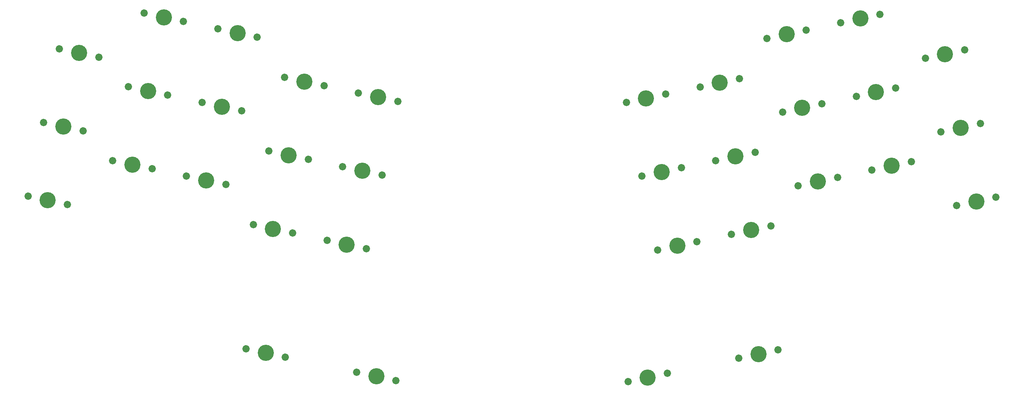
<source format=gbr>
%TF.GenerationSoftware,KiCad,Pcbnew,(6.0.4-0)*%
%TF.CreationDate,2023-01-26T20:21:59-08:00*%
%TF.ProjectId,chiffevo,63686966-6665-4766-9f2e-6b696361645f,v1.0.0*%
%TF.SameCoordinates,Original*%
%TF.FileFunction,Soldermask,Top*%
%TF.FilePolarity,Negative*%
%FSLAX46Y46*%
G04 Gerber Fmt 4.6, Leading zero omitted, Abs format (unit mm)*
G04 Created by KiCad (PCBNEW (6.0.4-0)) date 2023-01-26 20:21:59*
%MOMM*%
%LPD*%
G01*
G04 APERTURE LIST*
%ADD10C,1.850000*%
%ADD11C,4.087800*%
G04 APERTURE END LIST*
D10*
%TO.C,MX21*%
X71654641Y-115342125D03*
D11*
X76623631Y-116398316D03*
D10*
X81592621Y-117454507D03*
%TD*%
%TO.C,MX20*%
X302255013Y-99114836D03*
X312192993Y-97002454D03*
D11*
X307224003Y-98058645D03*
%TD*%
D10*
%TO.C,MX17*%
X245366297Y-106350786D03*
D11*
X250335287Y-105294595D03*
D10*
X255304277Y-104238404D03*
%TD*%
%TO.C,MX18*%
X262232760Y-94075815D03*
X272170740Y-91963433D03*
D11*
X267201750Y-93019624D03*
%TD*%
%TO.C,MX13*%
X120606602Y-92725583D03*
D10*
X125575592Y-93781774D03*
X115637612Y-91669392D03*
%TD*%
D11*
%TO.C,MX10*%
X303263285Y-79424931D03*
D10*
X308232275Y-78368740D03*
X298294295Y-80481122D03*
%TD*%
D11*
%TO.C,MX4*%
X141433783Y-86366843D03*
D10*
X146402773Y-87423034D03*
X136464793Y-85310652D03*
%TD*%
%TO.C,MX27*%
X249327015Y-124984499D03*
X259264995Y-122872117D03*
D11*
X254296005Y-123928308D03*
%TD*%
%TO.C,MX15*%
X156106775Y-108961274D03*
D10*
X151137785Y-107905083D03*
X161075765Y-110017465D03*
%TD*%
D11*
%TO.C,MX1*%
X84545066Y-79130892D03*
D10*
X89514056Y-80187083D03*
X79576076Y-78074701D03*
%TD*%
D11*
%TO.C,MX25*%
X152146059Y-127594985D03*
D10*
X147177069Y-126538794D03*
X157115049Y-128651176D03*
%TD*%
D11*
%TO.C,MX3*%
X124567319Y-74091871D03*
D10*
X129536309Y-75148062D03*
X119598329Y-73035680D03*
%TD*%
%TO.C,MX31*%
X126709446Y-153931943D03*
D11*
X131678436Y-154988134D03*
D10*
X136647426Y-156044325D03*
%TD*%
D11*
%TO.C,MX24*%
X133512346Y-123634267D03*
D10*
X128543356Y-122578076D03*
X138481336Y-124690458D03*
%TD*%
%TO.C,MX16*%
X236670565Y-108199122D03*
X226732585Y-110311504D03*
D11*
X231701575Y-109255313D03*
%TD*%
D10*
%TO.C,MX32*%
X154660014Y-159873019D03*
X164597994Y-161985401D03*
D11*
X159629004Y-160929210D03*
%TD*%
D10*
%TO.C,MX9*%
X286843733Y-69369003D03*
X276905753Y-71481385D03*
D11*
X281874743Y-70425194D03*
%TD*%
D10*
%TO.C,MX2*%
X110902598Y-71187345D03*
X100964618Y-69074963D03*
D11*
X105933608Y-70131154D03*
%TD*%
D10*
%TO.C,MX30*%
X316153710Y-115636165D03*
X306215730Y-117748547D03*
D11*
X311184720Y-116692356D03*
%TD*%
D10*
%TO.C,MX34*%
X251160926Y-156338364D03*
D11*
X256129916Y-155282173D03*
D10*
X261098906Y-154225982D03*
%TD*%
%TO.C,MX5*%
X155098504Y-89271371D03*
D11*
X160067494Y-90327562D03*
D10*
X165036484Y-91383753D03*
%TD*%
%TO.C,MX28*%
X276131457Y-110597145D03*
D11*
X271162467Y-111653336D03*
D10*
X266193477Y-112709527D03*
%TD*%
%TO.C,MX29*%
X284827188Y-108748809D03*
X294765168Y-106636427D03*
D11*
X289796178Y-107692618D03*
%TD*%
D10*
%TO.C,MX7*%
X241405580Y-87717075D03*
X251343560Y-85604693D03*
D11*
X246374570Y-86660884D03*
%TD*%
D10*
%TO.C,MX26*%
X240631283Y-126832833D03*
X230693303Y-128945215D03*
D11*
X235662293Y-127889024D03*
%TD*%
D10*
%TO.C,MX19*%
X290804451Y-88002714D03*
D11*
X285835461Y-89058905D03*
D10*
X280866471Y-90115096D03*
%TD*%
%TO.C,MX8*%
X258272041Y-75442102D03*
X268210021Y-73329720D03*
D11*
X263241031Y-74385911D03*
%TD*%
%TO.C,MX12*%
X101972890Y-88764866D03*
D10*
X106941880Y-89821057D03*
X97003900Y-87708675D03*
%TD*%
%TO.C,MX11*%
X85553340Y-98820795D03*
D11*
X80584350Y-97764604D03*
D10*
X75615360Y-96708413D03*
%TD*%
%TO.C,MX22*%
X93043182Y-106342387D03*
X102981162Y-108454769D03*
D11*
X98012172Y-107398578D03*
%TD*%
%TO.C,MX6*%
X227740856Y-90621602D03*
D10*
X232709846Y-89565411D03*
X222771866Y-91677793D03*
%TD*%
%TO.C,MX23*%
X111676894Y-110303104D03*
D11*
X116645884Y-111359295D03*
D10*
X121614874Y-112415486D03*
%TD*%
%TO.C,MX33*%
X233148337Y-160167058D03*
D11*
X228179347Y-161223249D03*
D10*
X223210357Y-162279440D03*
%TD*%
%TO.C,MX14*%
X132504075Y-103944365D03*
X142442055Y-106056747D03*
D11*
X137473065Y-105000556D03*
%TD*%
M02*

</source>
